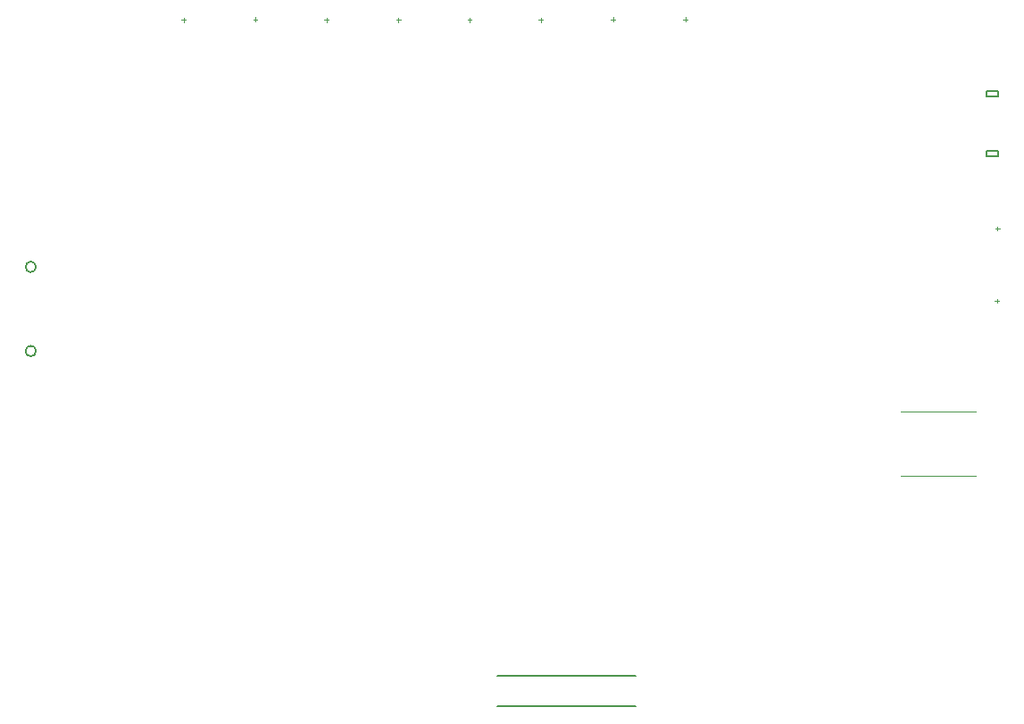
<source format=gm1>
G04*
G04 #@! TF.GenerationSoftware,Altium Limited,Altium Designer,18.1.7 (191)*
G04*
G04 Layer_Color=16711935*
%FSLAX25Y25*%
%MOIN*%
G70*
G01*
G75*
%ADD10C,0.00787*%
%ADD14C,0.00500*%
%ADD99C,0.00394*%
%ADD100C,0.00100*%
D10*
X26354Y189561D02*
G03*
X26354Y189561I-1969J0D01*
G01*
Y158144D02*
G03*
X26354Y158144I-1969J0D01*
G01*
D14*
X198418Y25583D02*
X250387D01*
X198418Y36804D02*
X250387D01*
X385692Y231018D02*
Y232818D01*
X381292Y231018D02*
Y232818D01*
X385692D01*
X381292Y231018D02*
X385692D01*
Y253262D02*
Y255062D01*
X381292Y253262D02*
Y255062D01*
X385692D01*
X381292Y253262D02*
X385692D01*
D99*
X385324Y203093D02*
Y204668D01*
X384537Y203881D02*
X386112D01*
X385124Y176093D02*
Y177668D01*
X384337Y176881D02*
X385912D01*
X268828Y281214D02*
Y282789D01*
X268041Y282001D02*
X269615D01*
X241828Y281214D02*
Y282789D01*
X241041Y282001D02*
X242615D01*
X214828Y281014D02*
Y282589D01*
X214041Y281801D02*
X215615D01*
X188228Y281014D02*
Y282589D01*
X187441Y281801D02*
X189015D01*
X161628Y281014D02*
Y282589D01*
X160841Y281801D02*
X162415D01*
X134828Y281014D02*
Y282589D01*
X134041Y281801D02*
X135615D01*
X108228Y281214D02*
Y282789D01*
X107441Y282001D02*
X109015D01*
X81428Y281014D02*
Y282589D01*
X80641Y281801D02*
X82215D01*
D100*
X349205Y111447D02*
X377205D01*
X349205Y135447D02*
X377205D01*
M02*

</source>
